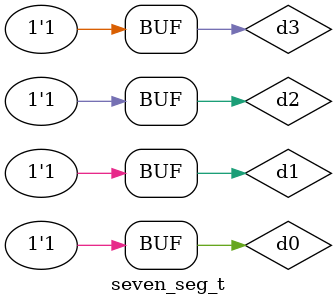
<source format=v>
`timescale 1ns / 1ps


module seven_seg_t;

	// Inputs
	reg d3;
	reg d2;
	reg d1;
	reg d0;

	// Outputs
	wire a;
	wire b;
	wire c;
	wire d;
	wire e;
	wire f;
	wire g;

	// Instantiate the Unit Under Test (UUT)
	seven_seg uut (
		.a(a), 
		.b(b), 
		.c(c), 
		.d(d), 
		.e(e), 
		.f(f), 
		.g(g), 
		.d3(d3), 
		.d2(d2), 
		.d1(d1), 
		.d0(d0)
	);

	initial begin
        
		// Add stimulus here
        {d3,d2,d1,d0} = 4'b0000; #100;
        {d3,d2,d1,d0} = 4'b0001; #100;
        {d3,d2,d1,d0} = 4'b0010; #100;
        {d3,d2,d1,d0} = 4'b0011; #100;
        {d3,d2,d1,d0} = 4'b0100; #100;
        {d3,d2,d1,d0} = 4'b0101; #100;
        {d3,d2,d1,d0} = 4'b0110; #100;
        {d3,d2,d1,d0} = 4'b0111; #100;
        {d3,d2,d1,d0} = 4'b1000; #100;
        {d3,d2,d1,d0} = 4'b1001; #100;
        {d3,d2,d1,d0} = 4'b1010; #100;
        {d3,d2,d1,d0} = 4'b1011; #100;
        {d3,d2,d1,d0} = 4'b1100; #100;
        {d3,d2,d1,d0} = 4'b1101; #100;
        {d3,d2,d1,d0} = 4'b1110; #100;
        {d3,d2,d1,d0} = 4'b1111; #100;

	end
      
endmodule


</source>
